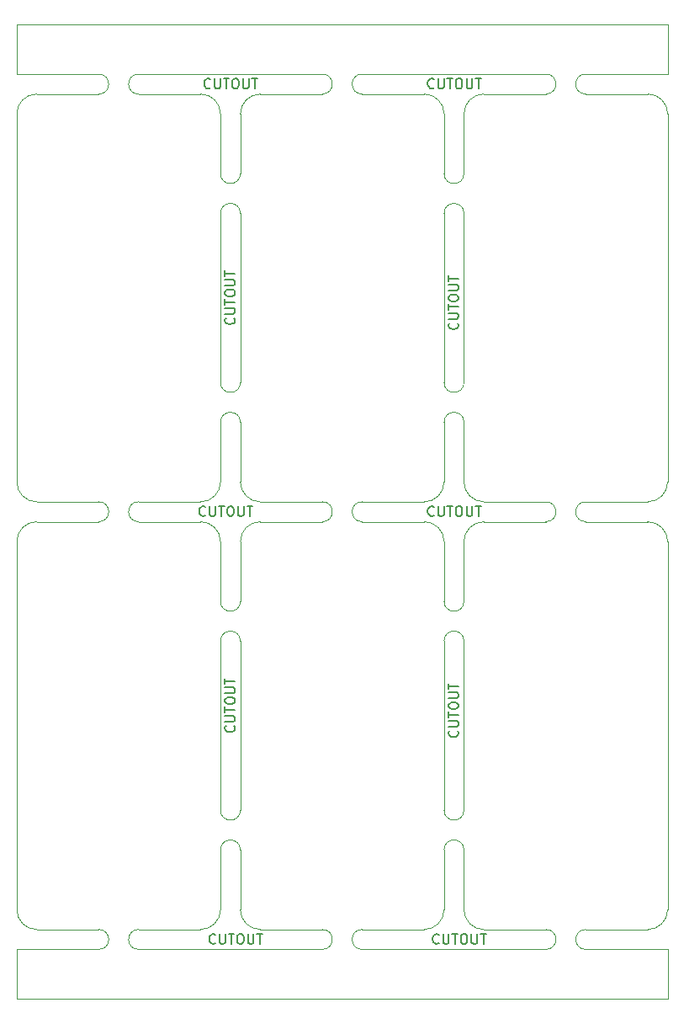
<source format=gbr>
%TF.GenerationSoftware,KiCad,Pcbnew,(6.0.8)*%
%TF.CreationDate,2023-05-03T14:57:19+02:00*%
%TF.ProjectId,Floppy Board v3.1,466c6f70-7079-4204-926f-617264207633,3.0*%
%TF.SameCoordinates,Original*%
%TF.FileFunction,Profile,NP*%
%FSLAX46Y46*%
G04 Gerber Fmt 4.6, Leading zero omitted, Abs format (unit mm)*
G04 Created by KiCad (PCBNEW (6.0.8)) date 2023-05-03 14:57:19*
%MOMM*%
%LPD*%
G01*
G04 APERTURE LIST*
%ADD10C,0.150000*%
%TA.AperFunction,Profile*%
%ADD11C,0.100000*%
%TD*%
%TA.AperFunction,Profile*%
%ADD12C,0.120000*%
%TD*%
G04 APERTURE END LIST*
D10*
X128669142Y-75331809D02*
X128716761Y-75379428D01*
X128764380Y-75522285D01*
X128764380Y-75617523D01*
X128716761Y-75760380D01*
X128621523Y-75855619D01*
X128526285Y-75903238D01*
X128335809Y-75950857D01*
X128192952Y-75950857D01*
X128002476Y-75903238D01*
X127907238Y-75855619D01*
X127812000Y-75760380D01*
X127764380Y-75617523D01*
X127764380Y-75522285D01*
X127812000Y-75379428D01*
X127859619Y-75331809D01*
X127764380Y-74903238D02*
X128573904Y-74903238D01*
X128669142Y-74855619D01*
X128716761Y-74808000D01*
X128764380Y-74712761D01*
X128764380Y-74522285D01*
X128716761Y-74427047D01*
X128669142Y-74379428D01*
X128573904Y-74331809D01*
X127764380Y-74331809D01*
X127764380Y-73998476D02*
X127764380Y-73427047D01*
X128764380Y-73712761D02*
X127764380Y-73712761D01*
X127764380Y-72903238D02*
X127764380Y-72712761D01*
X127812000Y-72617523D01*
X127907238Y-72522285D01*
X128097714Y-72474666D01*
X128431047Y-72474666D01*
X128621523Y-72522285D01*
X128716761Y-72617523D01*
X128764380Y-72712761D01*
X128764380Y-72903238D01*
X128716761Y-72998476D01*
X128621523Y-73093714D01*
X128431047Y-73141333D01*
X128097714Y-73141333D01*
X127907238Y-73093714D01*
X127812000Y-72998476D01*
X127764380Y-72903238D01*
X127764380Y-72046095D02*
X128573904Y-72046095D01*
X128669142Y-71998476D01*
X128716761Y-71950857D01*
X128764380Y-71855619D01*
X128764380Y-71665142D01*
X128716761Y-71569904D01*
X128669142Y-71522285D01*
X128573904Y-71474666D01*
X127764380Y-71474666D01*
X127764380Y-71141333D02*
X127764380Y-70569904D01*
X128764380Y-70855619D02*
X127764380Y-70855619D01*
X151169142Y-75831809D02*
X151216761Y-75879428D01*
X151264380Y-76022285D01*
X151264380Y-76117523D01*
X151216761Y-76260380D01*
X151121523Y-76355619D01*
X151026285Y-76403238D01*
X150835809Y-76450857D01*
X150692952Y-76450857D01*
X150502476Y-76403238D01*
X150407238Y-76355619D01*
X150312000Y-76260380D01*
X150264380Y-76117523D01*
X150264380Y-76022285D01*
X150312000Y-75879428D01*
X150359619Y-75831809D01*
X150264380Y-75403238D02*
X151073904Y-75403238D01*
X151169142Y-75355619D01*
X151216761Y-75308000D01*
X151264380Y-75212761D01*
X151264380Y-75022285D01*
X151216761Y-74927047D01*
X151169142Y-74879428D01*
X151073904Y-74831809D01*
X150264380Y-74831809D01*
X150264380Y-74498476D02*
X150264380Y-73927047D01*
X151264380Y-74212761D02*
X150264380Y-74212761D01*
X150264380Y-73403238D02*
X150264380Y-73212761D01*
X150312000Y-73117523D01*
X150407238Y-73022285D01*
X150597714Y-72974666D01*
X150931047Y-72974666D01*
X151121523Y-73022285D01*
X151216761Y-73117523D01*
X151264380Y-73212761D01*
X151264380Y-73403238D01*
X151216761Y-73498476D01*
X151121523Y-73593714D01*
X150931047Y-73641333D01*
X150597714Y-73641333D01*
X150407238Y-73593714D01*
X150312000Y-73498476D01*
X150264380Y-73403238D01*
X150264380Y-72546095D02*
X151073904Y-72546095D01*
X151169142Y-72498476D01*
X151216761Y-72450857D01*
X151264380Y-72355619D01*
X151264380Y-72165142D01*
X151216761Y-72069904D01*
X151169142Y-72022285D01*
X151073904Y-71974666D01*
X150264380Y-71974666D01*
X150264380Y-71641333D02*
X150264380Y-71069904D01*
X151264380Y-71355619D02*
X150264380Y-71355619D01*
X128669142Y-116331809D02*
X128716761Y-116379428D01*
X128764380Y-116522285D01*
X128764380Y-116617523D01*
X128716761Y-116760380D01*
X128621523Y-116855619D01*
X128526285Y-116903238D01*
X128335809Y-116950857D01*
X128192952Y-116950857D01*
X128002476Y-116903238D01*
X127907238Y-116855619D01*
X127812000Y-116760380D01*
X127764380Y-116617523D01*
X127764380Y-116522285D01*
X127812000Y-116379428D01*
X127859619Y-116331809D01*
X127764380Y-115903238D02*
X128573904Y-115903238D01*
X128669142Y-115855619D01*
X128716761Y-115808000D01*
X128764380Y-115712761D01*
X128764380Y-115522285D01*
X128716761Y-115427047D01*
X128669142Y-115379428D01*
X128573904Y-115331809D01*
X127764380Y-115331809D01*
X127764380Y-114998476D02*
X127764380Y-114427047D01*
X128764380Y-114712761D02*
X127764380Y-114712761D01*
X127764380Y-113903238D02*
X127764380Y-113712761D01*
X127812000Y-113617523D01*
X127907238Y-113522285D01*
X128097714Y-113474666D01*
X128431047Y-113474666D01*
X128621523Y-113522285D01*
X128716761Y-113617523D01*
X128764380Y-113712761D01*
X128764380Y-113903238D01*
X128716761Y-113998476D01*
X128621523Y-114093714D01*
X128431047Y-114141333D01*
X128097714Y-114141333D01*
X127907238Y-114093714D01*
X127812000Y-113998476D01*
X127764380Y-113903238D01*
X127764380Y-113046095D02*
X128573904Y-113046095D01*
X128669142Y-112998476D01*
X128716761Y-112950857D01*
X128764380Y-112855619D01*
X128764380Y-112665142D01*
X128716761Y-112569904D01*
X128669142Y-112522285D01*
X128573904Y-112474666D01*
X127764380Y-112474666D01*
X127764380Y-112141333D02*
X127764380Y-111569904D01*
X128764380Y-111855619D02*
X127764380Y-111855619D01*
X151169142Y-116831809D02*
X151216761Y-116879428D01*
X151264380Y-117022285D01*
X151264380Y-117117523D01*
X151216761Y-117260380D01*
X151121523Y-117355619D01*
X151026285Y-117403238D01*
X150835809Y-117450857D01*
X150692952Y-117450857D01*
X150502476Y-117403238D01*
X150407238Y-117355619D01*
X150312000Y-117260380D01*
X150264380Y-117117523D01*
X150264380Y-117022285D01*
X150312000Y-116879428D01*
X150359619Y-116831809D01*
X150264380Y-116403238D02*
X151073904Y-116403238D01*
X151169142Y-116355619D01*
X151216761Y-116308000D01*
X151264380Y-116212761D01*
X151264380Y-116022285D01*
X151216761Y-115927047D01*
X151169142Y-115879428D01*
X151073904Y-115831809D01*
X150264380Y-115831809D01*
X150264380Y-115498476D02*
X150264380Y-114927047D01*
X151264380Y-115212761D02*
X150264380Y-115212761D01*
X150264380Y-114403238D02*
X150264380Y-114212761D01*
X150312000Y-114117523D01*
X150407238Y-114022285D01*
X150597714Y-113974666D01*
X150931047Y-113974666D01*
X151121523Y-114022285D01*
X151216761Y-114117523D01*
X151264380Y-114212761D01*
X151264380Y-114403238D01*
X151216761Y-114498476D01*
X151121523Y-114593714D01*
X150931047Y-114641333D01*
X150597714Y-114641333D01*
X150407238Y-114593714D01*
X150312000Y-114498476D01*
X150264380Y-114403238D01*
X150264380Y-113546095D02*
X151073904Y-113546095D01*
X151169142Y-113498476D01*
X151216761Y-113450857D01*
X151264380Y-113355619D01*
X151264380Y-113165142D01*
X151216761Y-113069904D01*
X151169142Y-113022285D01*
X151073904Y-112974666D01*
X150264380Y-112974666D01*
X150264380Y-112641333D02*
X150264380Y-112069904D01*
X151264380Y-112355619D02*
X150264380Y-112355619D01*
D11*
X141562000Y-136808000D02*
X147812000Y-136808000D01*
D10*
X149288190Y-138165142D02*
X149240571Y-138212761D01*
X149097714Y-138260380D01*
X149002476Y-138260380D01*
X148859619Y-138212761D01*
X148764380Y-138117523D01*
X148716761Y-138022285D01*
X148669142Y-137831809D01*
X148669142Y-137688952D01*
X148716761Y-137498476D01*
X148764380Y-137403238D01*
X148859619Y-137308000D01*
X149002476Y-137260380D01*
X149097714Y-137260380D01*
X149240571Y-137308000D01*
X149288190Y-137355619D01*
X149716761Y-137260380D02*
X149716761Y-138069904D01*
X149764380Y-138165142D01*
X149812000Y-138212761D01*
X149907238Y-138260380D01*
X150097714Y-138260380D01*
X150192952Y-138212761D01*
X150240571Y-138165142D01*
X150288190Y-138069904D01*
X150288190Y-137260380D01*
X150621523Y-137260380D02*
X151192952Y-137260380D01*
X150907238Y-138260380D02*
X150907238Y-137260380D01*
X151716761Y-137260380D02*
X151907238Y-137260380D01*
X152002476Y-137308000D01*
X152097714Y-137403238D01*
X152145333Y-137593714D01*
X152145333Y-137927047D01*
X152097714Y-138117523D01*
X152002476Y-138212761D01*
X151907238Y-138260380D01*
X151716761Y-138260380D01*
X151621523Y-138212761D01*
X151526285Y-138117523D01*
X151478666Y-137927047D01*
X151478666Y-137593714D01*
X151526285Y-137403238D01*
X151621523Y-137308000D01*
X151716761Y-137260380D01*
X152573904Y-137260380D02*
X152573904Y-138069904D01*
X152621523Y-138165142D01*
X152669142Y-138212761D01*
X152764380Y-138260380D01*
X152954857Y-138260380D01*
X153050095Y-138212761D01*
X153097714Y-138165142D01*
X153145333Y-138069904D01*
X153145333Y-137260380D01*
X153478666Y-137260380D02*
X154050095Y-137260380D01*
X153764380Y-138260380D02*
X153764380Y-137260380D01*
X126788190Y-138165142D02*
X126740571Y-138212761D01*
X126597714Y-138260380D01*
X126502476Y-138260380D01*
X126359619Y-138212761D01*
X126264380Y-138117523D01*
X126216761Y-138022285D01*
X126169142Y-137831809D01*
X126169142Y-137688952D01*
X126216761Y-137498476D01*
X126264380Y-137403238D01*
X126359619Y-137308000D01*
X126502476Y-137260380D01*
X126597714Y-137260380D01*
X126740571Y-137308000D01*
X126788190Y-137355619D01*
X127216761Y-137260380D02*
X127216761Y-138069904D01*
X127264380Y-138165142D01*
X127312000Y-138212761D01*
X127407238Y-138260380D01*
X127597714Y-138260380D01*
X127692952Y-138212761D01*
X127740571Y-138165142D01*
X127788190Y-138069904D01*
X127788190Y-137260380D01*
X128121523Y-137260380D02*
X128692952Y-137260380D01*
X128407238Y-138260380D02*
X128407238Y-137260380D01*
X129216761Y-137260380D02*
X129407238Y-137260380D01*
X129502476Y-137308000D01*
X129597714Y-137403238D01*
X129645333Y-137593714D01*
X129645333Y-137927047D01*
X129597714Y-138117523D01*
X129502476Y-138212761D01*
X129407238Y-138260380D01*
X129216761Y-138260380D01*
X129121523Y-138212761D01*
X129026285Y-138117523D01*
X128978666Y-137927047D01*
X128978666Y-137593714D01*
X129026285Y-137403238D01*
X129121523Y-137308000D01*
X129216761Y-137260380D01*
X130073904Y-137260380D02*
X130073904Y-138069904D01*
X130121523Y-138165142D01*
X130169142Y-138212761D01*
X130264380Y-138260380D01*
X130454857Y-138260380D01*
X130550095Y-138212761D01*
X130597714Y-138165142D01*
X130645333Y-138069904D01*
X130645333Y-137260380D01*
X130978666Y-137260380D02*
X131550095Y-137260380D01*
X131264380Y-138260380D02*
X131264380Y-137260380D01*
X125788190Y-95165142D02*
X125740571Y-95212761D01*
X125597714Y-95260380D01*
X125502476Y-95260380D01*
X125359619Y-95212761D01*
X125264380Y-95117523D01*
X125216761Y-95022285D01*
X125169142Y-94831809D01*
X125169142Y-94688952D01*
X125216761Y-94498476D01*
X125264380Y-94403238D01*
X125359619Y-94308000D01*
X125502476Y-94260380D01*
X125597714Y-94260380D01*
X125740571Y-94308000D01*
X125788190Y-94355619D01*
X126216761Y-94260380D02*
X126216761Y-95069904D01*
X126264380Y-95165142D01*
X126312000Y-95212761D01*
X126407238Y-95260380D01*
X126597714Y-95260380D01*
X126692952Y-95212761D01*
X126740571Y-95165142D01*
X126788190Y-95069904D01*
X126788190Y-94260380D01*
X127121523Y-94260380D02*
X127692952Y-94260380D01*
X127407238Y-95260380D02*
X127407238Y-94260380D01*
X128216761Y-94260380D02*
X128407238Y-94260380D01*
X128502476Y-94308000D01*
X128597714Y-94403238D01*
X128645333Y-94593714D01*
X128645333Y-94927047D01*
X128597714Y-95117523D01*
X128502476Y-95212761D01*
X128407238Y-95260380D01*
X128216761Y-95260380D01*
X128121523Y-95212761D01*
X128026285Y-95117523D01*
X127978666Y-94927047D01*
X127978666Y-94593714D01*
X128026285Y-94403238D01*
X128121523Y-94308000D01*
X128216761Y-94260380D01*
X129073904Y-94260380D02*
X129073904Y-95069904D01*
X129121523Y-95165142D01*
X129169142Y-95212761D01*
X129264380Y-95260380D01*
X129454857Y-95260380D01*
X129550095Y-95212761D01*
X129597714Y-95165142D01*
X129645333Y-95069904D01*
X129645333Y-94260380D01*
X129978666Y-94260380D02*
X130550095Y-94260380D01*
X130264380Y-95260380D02*
X130264380Y-94260380D01*
X148788190Y-95165142D02*
X148740571Y-95212761D01*
X148597714Y-95260380D01*
X148502476Y-95260380D01*
X148359619Y-95212761D01*
X148264380Y-95117523D01*
X148216761Y-95022285D01*
X148169142Y-94831809D01*
X148169142Y-94688952D01*
X148216761Y-94498476D01*
X148264380Y-94403238D01*
X148359619Y-94308000D01*
X148502476Y-94260380D01*
X148597714Y-94260380D01*
X148740571Y-94308000D01*
X148788190Y-94355619D01*
X149216761Y-94260380D02*
X149216761Y-95069904D01*
X149264380Y-95165142D01*
X149312000Y-95212761D01*
X149407238Y-95260380D01*
X149597714Y-95260380D01*
X149692952Y-95212761D01*
X149740571Y-95165142D01*
X149788190Y-95069904D01*
X149788190Y-94260380D01*
X150121523Y-94260380D02*
X150692952Y-94260380D01*
X150407238Y-95260380D02*
X150407238Y-94260380D01*
X151216761Y-94260380D02*
X151407238Y-94260380D01*
X151502476Y-94308000D01*
X151597714Y-94403238D01*
X151645333Y-94593714D01*
X151645333Y-94927047D01*
X151597714Y-95117523D01*
X151502476Y-95212761D01*
X151407238Y-95260380D01*
X151216761Y-95260380D01*
X151121523Y-95212761D01*
X151026285Y-95117523D01*
X150978666Y-94927047D01*
X150978666Y-94593714D01*
X151026285Y-94403238D01*
X151121523Y-94308000D01*
X151216761Y-94260380D01*
X152073904Y-94260380D02*
X152073904Y-95069904D01*
X152121523Y-95165142D01*
X152169142Y-95212761D01*
X152264380Y-95260380D01*
X152454857Y-95260380D01*
X152550095Y-95212761D01*
X152597714Y-95165142D01*
X152645333Y-95069904D01*
X152645333Y-94260380D01*
X152978666Y-94260380D02*
X153550095Y-94260380D01*
X153264380Y-95260380D02*
X153264380Y-94260380D01*
X148788190Y-52165142D02*
X148740571Y-52212761D01*
X148597714Y-52260380D01*
X148502476Y-52260380D01*
X148359619Y-52212761D01*
X148264380Y-52117523D01*
X148216761Y-52022285D01*
X148169142Y-51831809D01*
X148169142Y-51688952D01*
X148216761Y-51498476D01*
X148264380Y-51403238D01*
X148359619Y-51308000D01*
X148502476Y-51260380D01*
X148597714Y-51260380D01*
X148740571Y-51308000D01*
X148788190Y-51355619D01*
X149216761Y-51260380D02*
X149216761Y-52069904D01*
X149264380Y-52165142D01*
X149312000Y-52212761D01*
X149407238Y-52260380D01*
X149597714Y-52260380D01*
X149692952Y-52212761D01*
X149740571Y-52165142D01*
X149788190Y-52069904D01*
X149788190Y-51260380D01*
X150121523Y-51260380D02*
X150692952Y-51260380D01*
X150407238Y-52260380D02*
X150407238Y-51260380D01*
X151216761Y-51260380D02*
X151407238Y-51260380D01*
X151502476Y-51308000D01*
X151597714Y-51403238D01*
X151645333Y-51593714D01*
X151645333Y-51927047D01*
X151597714Y-52117523D01*
X151502476Y-52212761D01*
X151407238Y-52260380D01*
X151216761Y-52260380D01*
X151121523Y-52212761D01*
X151026285Y-52117523D01*
X150978666Y-51927047D01*
X150978666Y-51593714D01*
X151026285Y-51403238D01*
X151121523Y-51308000D01*
X151216761Y-51260380D01*
X152073904Y-51260380D02*
X152073904Y-52069904D01*
X152121523Y-52165142D01*
X152169142Y-52212761D01*
X152264380Y-52260380D01*
X152454857Y-52260380D01*
X152550095Y-52212761D01*
X152597714Y-52165142D01*
X152645333Y-52069904D01*
X152645333Y-51260380D01*
X152978666Y-51260380D02*
X153550095Y-51260380D01*
X153264380Y-52260380D02*
X153264380Y-51260380D01*
X126288190Y-52165142D02*
X126240571Y-52212761D01*
X126097714Y-52260380D01*
X126002476Y-52260380D01*
X125859619Y-52212761D01*
X125764380Y-52117523D01*
X125716761Y-52022285D01*
X125669142Y-51831809D01*
X125669142Y-51688952D01*
X125716761Y-51498476D01*
X125764380Y-51403238D01*
X125859619Y-51308000D01*
X126002476Y-51260380D01*
X126097714Y-51260380D01*
X126240571Y-51308000D01*
X126288190Y-51355619D01*
X126716761Y-51260380D02*
X126716761Y-52069904D01*
X126764380Y-52165142D01*
X126812000Y-52212761D01*
X126907238Y-52260380D01*
X127097714Y-52260380D01*
X127192952Y-52212761D01*
X127240571Y-52165142D01*
X127288190Y-52069904D01*
X127288190Y-51260380D01*
X127621523Y-51260380D02*
X128192952Y-51260380D01*
X127907238Y-52260380D02*
X127907238Y-51260380D01*
X128716761Y-51260380D02*
X128907238Y-51260380D01*
X129002476Y-51308000D01*
X129097714Y-51403238D01*
X129145333Y-51593714D01*
X129145333Y-51927047D01*
X129097714Y-52117523D01*
X129002476Y-52212761D01*
X128907238Y-52260380D01*
X128716761Y-52260380D01*
X128621523Y-52212761D01*
X128526285Y-52117523D01*
X128478666Y-51927047D01*
X128478666Y-51593714D01*
X128526285Y-51403238D01*
X128621523Y-51308000D01*
X128716761Y-51260380D01*
X129573904Y-51260380D02*
X129573904Y-52069904D01*
X129621523Y-52165142D01*
X129669142Y-52212761D01*
X129764380Y-52260380D01*
X129954857Y-52260380D01*
X130050095Y-52212761D01*
X130097714Y-52165142D01*
X130145333Y-52069904D01*
X130145333Y-51260380D01*
X130478666Y-51260380D02*
X131050095Y-51260380D01*
X130764380Y-52260380D02*
X130764380Y-51260380D01*
D11*
X160062000Y-136808000D02*
X153812000Y-136808000D01*
X164062000Y-136808000D02*
X170312000Y-136808000D01*
X164062000Y-138808000D02*
X172312000Y-138808000D01*
X141562000Y-138808000D02*
X160062000Y-138808000D01*
X115062000Y-138808000D02*
X106812000Y-138808000D01*
X115062000Y-136808000D02*
X108812000Y-136808000D01*
X119062000Y-136808000D02*
X125312000Y-136808000D01*
X137562000Y-138808000D02*
X119062000Y-138808000D01*
X137562000Y-136808000D02*
X131312000Y-136808000D01*
X129312000Y-128808000D02*
X129312000Y-134808000D01*
X127312000Y-128808000D02*
X127312000Y-134808000D01*
X127312000Y-124808000D02*
X127312000Y-107808000D01*
X129312000Y-107808000D02*
X129312000Y-124808000D01*
X151812000Y-128808000D02*
X151812000Y-134808000D01*
X149812000Y-128808000D02*
X149812000Y-134808000D01*
X149812000Y-124808000D02*
X149812000Y-107808000D01*
X151812000Y-107808000D02*
X151812000Y-124808000D01*
X164062000Y-95808000D02*
X170312000Y-95808000D01*
X164062000Y-93808000D02*
X170312000Y-93808000D01*
X151812000Y-60808000D02*
X151812000Y-54808000D01*
X149812000Y-60808000D02*
X149812000Y-54808000D01*
X151812000Y-81808000D02*
X151812000Y-64808000D01*
X149812000Y-64808000D02*
X149812000Y-81808000D01*
X149812000Y-85808000D02*
X149812000Y-91808000D01*
X151812000Y-85808000D02*
X151812000Y-91808000D01*
X160062000Y-93808000D02*
X153812000Y-93808000D01*
X160062000Y-95808000D02*
X153812000Y-95808000D01*
X151812000Y-103808000D02*
X151812000Y-97808000D01*
X149812000Y-103808000D02*
X149812000Y-97808000D01*
X141562000Y-95808000D02*
X147812000Y-95808000D01*
X141562000Y-93808000D02*
X147812000Y-93808000D01*
X137562000Y-93808000D02*
X131312000Y-93808000D01*
X137562000Y-95808000D02*
X131312000Y-95808000D01*
X115062000Y-95808000D02*
X108812000Y-95808000D01*
X115062000Y-93808000D02*
X108812000Y-93808000D01*
X119062000Y-93808000D02*
X125312000Y-93808000D01*
X119062000Y-95808000D02*
X125312000Y-95808000D01*
X129312000Y-103808000D02*
X129312000Y-97808000D01*
X127312000Y-103808000D02*
X127312000Y-97808000D01*
X129312000Y-85808000D02*
X129312000Y-91808000D01*
X127312000Y-85808000D02*
X127312000Y-91808000D01*
X127312000Y-64808000D02*
X127312000Y-81808000D01*
X129312000Y-64808000D02*
X129312000Y-81808000D01*
X129312000Y-54808000D02*
X129312000Y-60808000D01*
X127312000Y-54808000D02*
X127312000Y-60808000D01*
X115062000Y-52808000D02*
X108812000Y-52808000D01*
X125312000Y-52808000D02*
X119062000Y-52808000D01*
X137562000Y-52808000D02*
X131312000Y-52808000D01*
X147812000Y-52808000D02*
X141562000Y-52808000D01*
X160062000Y-52808000D02*
X153812000Y-52808000D01*
X170312000Y-52808000D02*
X164062000Y-52808000D01*
X164062000Y-50808000D02*
X172312000Y-50808000D01*
X141562000Y-50808000D02*
X160062000Y-50808000D01*
X119062000Y-50808000D02*
X137562000Y-50808000D01*
X106812000Y-50808000D02*
X115062000Y-50808000D01*
X106812000Y-143808000D02*
X106812000Y-138808000D01*
X172312000Y-143808000D02*
X106812000Y-143808000D01*
X172312000Y-138808000D02*
X172312000Y-143808000D01*
X172312000Y-45808000D02*
X172312000Y-50808000D01*
X106812000Y-45808000D02*
X172312000Y-45808000D01*
X106812000Y-50808000D02*
X106812000Y-45808000D01*
X172312000Y-97808000D02*
G75*
G03*
X170312000Y-95808000I-2000000J0D01*
G01*
X153812000Y-95808000D02*
G75*
G03*
X151812000Y-97808000I0J-2000000D01*
G01*
X172312000Y-97808000D02*
X172312000Y-134808000D01*
X151812000Y-134808000D02*
G75*
G03*
X153812000Y-136808000I2000000J0D01*
G01*
X170312000Y-136808000D02*
G75*
G03*
X172312000Y-134808000I0J2000000D01*
G01*
X172312000Y-54808000D02*
G75*
G03*
X170312000Y-52808000I-2000000J0D01*
G01*
X153812000Y-52808000D02*
G75*
G03*
X151812000Y-54808000I0J-2000000D01*
G01*
X172312000Y-54808000D02*
X172312000Y-91808000D01*
X151812000Y-91808000D02*
G75*
G03*
X153812000Y-93808000I2000000J0D01*
G01*
X170312000Y-93808000D02*
G75*
G03*
X172312000Y-91808000I0J2000000D01*
G01*
X149812000Y-97808000D02*
G75*
G03*
X147812000Y-95808000I-2000000J0D01*
G01*
X131312000Y-95808000D02*
G75*
G03*
X129312000Y-97808000I0J-2000000D01*
G01*
X129312000Y-134808000D02*
G75*
G03*
X131312000Y-136808000I2000000J0D01*
G01*
X147812000Y-136808000D02*
G75*
G03*
X149812000Y-134808000I0J2000000D01*
G01*
X149812000Y-54808000D02*
G75*
G03*
X147812000Y-52808000I-2000000J0D01*
G01*
X131312000Y-52808000D02*
G75*
G03*
X129312000Y-54808000I0J-2000000D01*
G01*
X129312000Y-91808000D02*
G75*
G03*
X131312000Y-93808000I2000000J0D01*
G01*
X147812000Y-93808000D02*
G75*
G03*
X149812000Y-91808000I0J2000000D01*
G01*
X127312000Y-97808000D02*
G75*
G03*
X125312000Y-95808000I-2000000J0D01*
G01*
X108812000Y-95808000D02*
G75*
G03*
X106812000Y-97808000I0J-2000000D01*
G01*
X106812000Y-134808000D02*
G75*
G03*
X108812000Y-136808000I2000000J0D01*
G01*
X106812000Y-134808000D02*
X106812000Y-97808000D01*
X125312000Y-136808000D02*
G75*
G03*
X127312000Y-134808000I0J2000000D01*
G01*
X106812000Y-91808000D02*
X106812000Y-54808000D01*
X125312000Y-93808000D02*
G75*
G03*
X127312000Y-91808000I0J2000000D01*
G01*
X106812000Y-91808000D02*
G75*
G03*
X108812000Y-93808000I2000000J0D01*
G01*
X108812000Y-52808000D02*
G75*
G03*
X106812000Y-54808000I0J-2000000D01*
G01*
X127312000Y-54808000D02*
G75*
G03*
X125312000Y-52808000I-2000000J0D01*
G01*
D12*
%TO.C,mouse-bite-2mm-slot*%
X151812000Y-128808000D02*
G75*
G03*
X149812000Y-128808000I-1000000J0D01*
G01*
X149812000Y-124808000D02*
G75*
G03*
X151812000Y-124808000I1000000J0D01*
G01*
X149812000Y-103808000D02*
G75*
G03*
X151812000Y-103808000I1000000J0D01*
G01*
X151812000Y-107808000D02*
G75*
G03*
X149812000Y-107808000I-1000000J0D01*
G01*
X129312000Y-128808000D02*
G75*
G03*
X127312000Y-128808000I-1000000J0D01*
G01*
X127312000Y-124808000D02*
G75*
G03*
X129312000Y-124808000I1000000J0D01*
G01*
X127312000Y-103808000D02*
G75*
G03*
X129312000Y-103808000I1000000J0D01*
G01*
X129312000Y-107808000D02*
G75*
G03*
X127312000Y-107808000I-1000000J0D01*
G01*
X151812000Y-85808000D02*
G75*
G03*
X149812000Y-85808000I-1000000J0D01*
G01*
X149812000Y-81808000D02*
G75*
G03*
X151812000Y-81808000I1000000J0D01*
G01*
X149812000Y-60808000D02*
G75*
G03*
X151812000Y-60808000I1000000J0D01*
G01*
X151812000Y-64808000D02*
G75*
G03*
X149812000Y-64808000I-1000000J0D01*
G01*
X129312000Y-85808000D02*
G75*
G03*
X127312000Y-85808000I-1000000J0D01*
G01*
X127312000Y-81808000D02*
G75*
G03*
X129312000Y-81808000I1000000J0D01*
G01*
X127312000Y-60808000D02*
G75*
G03*
X129312000Y-60808000I1000000J0D01*
G01*
X129312000Y-64808000D02*
G75*
G03*
X127312000Y-64808000I-1000000J0D01*
G01*
X164062000Y-50808000D02*
G75*
G03*
X164062000Y-52808000I0J-1000000D01*
G01*
X160062000Y-52808000D02*
G75*
G03*
X160062000Y-50808000I0J1000000D01*
G01*
X141562000Y-50808000D02*
G75*
G03*
X141562000Y-52808000I0J-1000000D01*
G01*
X137562000Y-52808000D02*
G75*
G03*
X137562000Y-50808000I0J1000000D01*
G01*
X119062000Y-50808000D02*
G75*
G03*
X119062000Y-52808000I0J-1000000D01*
G01*
X115062000Y-52808000D02*
G75*
G03*
X115062000Y-50808000I0J1000000D01*
G01*
X164062000Y-93808000D02*
G75*
G03*
X164062000Y-95808000I0J-1000000D01*
G01*
X160062000Y-95808000D02*
G75*
G03*
X160062000Y-93808000I0J1000000D01*
G01*
X141562000Y-93808000D02*
G75*
G03*
X141562000Y-95808000I0J-1000000D01*
G01*
X137562000Y-95808000D02*
G75*
G03*
X137562000Y-93808000I0J1000000D01*
G01*
X119062000Y-93808000D02*
G75*
G03*
X119062000Y-95808000I0J-1000000D01*
G01*
X115062000Y-95808000D02*
G75*
G03*
X115062000Y-93808000I0J1000000D01*
G01*
X164062000Y-136808000D02*
G75*
G03*
X164062000Y-138808000I0J-1000000D01*
G01*
X160062000Y-138808000D02*
G75*
G03*
X160062000Y-136808000I0J1000000D01*
G01*
X141562000Y-136808000D02*
G75*
G03*
X141562000Y-138808000I0J-1000000D01*
G01*
X137562000Y-138808000D02*
G75*
G03*
X137562000Y-136808000I0J1000000D01*
G01*
X115062000Y-138808000D02*
G75*
G03*
X115062000Y-136808000I0J1000000D01*
G01*
X119062000Y-136808000D02*
G75*
G03*
X119062000Y-138808000I0J-1000000D01*
G01*
%TD*%
M02*

</source>
